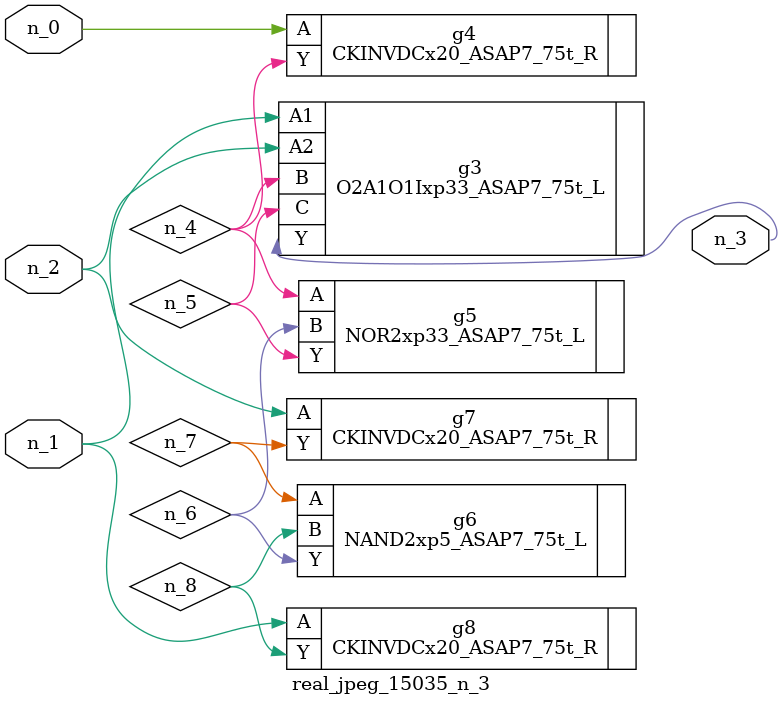
<source format=v>
module real_jpeg_15035_n_3 (n_1, n_0, n_2, n_3);

input n_1;
input n_0;
input n_2;

output n_3;

wire n_5;
wire n_4;
wire n_8;
wire n_6;
wire n_7;

CKINVDCx20_ASAP7_75t_R g4 ( 
.A(n_0),
.Y(n_4)
);

O2A1O1Ixp33_ASAP7_75t_L g3 ( 
.A1(n_1),
.A2(n_2),
.B(n_4),
.C(n_5),
.Y(n_3)
);

CKINVDCx20_ASAP7_75t_R g8 ( 
.A(n_1),
.Y(n_8)
);

CKINVDCx20_ASAP7_75t_R g7 ( 
.A(n_2),
.Y(n_7)
);

NOR2xp33_ASAP7_75t_L g5 ( 
.A(n_4),
.B(n_6),
.Y(n_5)
);

NAND2xp5_ASAP7_75t_L g6 ( 
.A(n_7),
.B(n_8),
.Y(n_6)
);


endmodule
</source>
